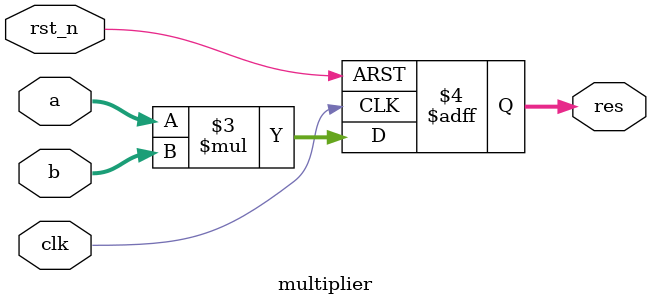
<source format=sv>
module multiplier(
  input wire clk,
  input wire rst_n,
  input wire [15:0]a,
  input wire [15:0]b,
  output reg [31:0] res);
  
  always @(posedge clk or negedge rst_n) begin
    if(!rst_n) begin
      res<=0;
    end
    else begin
      res<=a*b;
    end
  end
endmodule


  
  

</source>
